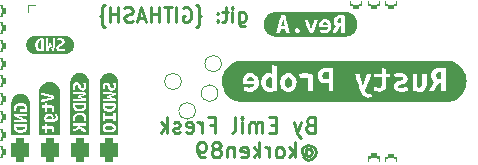
<source format=gbr>
%TF.GenerationSoftware,KiCad,Pcbnew,8.0.3*%
%TF.CreationDate,2024-06-14T23:01:07+10:00*%
%TF.ProjectId,rs-probe,72732d70-726f-4626-952e-6b696361645f,rev?*%
%TF.SameCoordinates,Original*%
%TF.FileFunction,Legend,Bot*%
%TF.FilePolarity,Positive*%
%FSLAX46Y46*%
G04 Gerber Fmt 4.6, Leading zero omitted, Abs format (unit mm)*
G04 Created by KiCad (PCBNEW 8.0.3) date 2024-06-14 23:01:07*
%MOMM*%
%LPD*%
G01*
G04 APERTURE LIST*
G04 Aperture macros list*
%AMRoundRect*
0 Rectangle with rounded corners*
0 $1 Rounding radius*
0 $2 $3 $4 $5 $6 $7 $8 $9 X,Y pos of 4 corners*
0 Add a 4 corners polygon primitive as box body*
4,1,4,$2,$3,$4,$5,$6,$7,$8,$9,$2,$3,0*
0 Add four circle primitives for the rounded corners*
1,1,$1+$1,$2,$3*
1,1,$1+$1,$4,$5*
1,1,$1+$1,$6,$7*
1,1,$1+$1,$8,$9*
0 Add four rect primitives between the rounded corners*
20,1,$1+$1,$2,$3,$4,$5,0*
20,1,$1+$1,$4,$5,$6,$7,0*
20,1,$1+$1,$6,$7,$8,$9,0*
20,1,$1+$1,$8,$9,$2,$3,0*%
G04 Aperture macros list end*
%ADD10C,0.250000*%
%ADD11C,0.120000*%
%ADD12C,0.000000*%
%ADD13C,0.650000*%
%ADD14O,2.100000X1.000000*%
%ADD15O,1.600000X1.000000*%
%ADD16RoundRect,0.275000X0.325000X0.275000X-0.325000X0.275000X-0.325000X-0.275000X0.325000X-0.275000X0*%
%ADD17C,1.100000*%
%ADD18RoundRect,0.275000X0.275000X-0.325000X0.275000X0.325000X-0.275000X0.325000X-0.275000X-0.325000X0*%
%ADD19RoundRect,0.275000X-0.275000X0.325000X-0.275000X-0.325000X0.275000X-0.325000X0.275000X0.325000X0*%
%ADD20C,0.990600*%
%ADD21C,0.787400*%
%ADD22C,1.000000*%
%ADD23RoundRect,0.375000X0.375000X0.625000X-0.375000X0.625000X-0.375000X-0.625000X0.375000X-0.625000X0*%
G04 APERTURE END LIST*
D10*
X20605527Y12857858D02*
X20605527Y11886429D01*
X20605527Y11886429D02*
X20662669Y11772143D01*
X20662669Y11772143D02*
X20719812Y11715000D01*
X20719812Y11715000D02*
X20834098Y11657858D01*
X20834098Y11657858D02*
X21005527Y11657858D01*
X21005527Y11657858D02*
X21119812Y11715000D01*
X20605527Y12115000D02*
X20719812Y12057858D01*
X20719812Y12057858D02*
X20948384Y12057858D01*
X20948384Y12057858D02*
X21062669Y12115000D01*
X21062669Y12115000D02*
X21119812Y12172143D01*
X21119812Y12172143D02*
X21176955Y12286429D01*
X21176955Y12286429D02*
X21176955Y12629286D01*
X21176955Y12629286D02*
X21119812Y12743572D01*
X21119812Y12743572D02*
X21062669Y12800715D01*
X21062669Y12800715D02*
X20948384Y12857858D01*
X20948384Y12857858D02*
X20719812Y12857858D01*
X20719812Y12857858D02*
X20605527Y12800715D01*
X20034098Y12057858D02*
X20034098Y12857858D01*
X20034098Y13257858D02*
X20091241Y13200715D01*
X20091241Y13200715D02*
X20034098Y13143572D01*
X20034098Y13143572D02*
X19976955Y13200715D01*
X19976955Y13200715D02*
X20034098Y13257858D01*
X20034098Y13257858D02*
X20034098Y13143572D01*
X19634098Y12857858D02*
X19176955Y12857858D01*
X19462669Y13257858D02*
X19462669Y12229286D01*
X19462669Y12229286D02*
X19405526Y12115000D01*
X19405526Y12115000D02*
X19291241Y12057858D01*
X19291241Y12057858D02*
X19176955Y12057858D01*
X18776955Y12172143D02*
X18719812Y12115000D01*
X18719812Y12115000D02*
X18776955Y12057858D01*
X18776955Y12057858D02*
X18834098Y12115000D01*
X18834098Y12115000D02*
X18776955Y12172143D01*
X18776955Y12172143D02*
X18776955Y12057858D01*
X18776955Y12800715D02*
X18719812Y12743572D01*
X18719812Y12743572D02*
X18776955Y12686429D01*
X18776955Y12686429D02*
X18834098Y12743572D01*
X18834098Y12743572D02*
X18776955Y12800715D01*
X18776955Y12800715D02*
X18776955Y12686429D01*
X16948383Y11600715D02*
X17005526Y11600715D01*
X17005526Y11600715D02*
X17119812Y11657858D01*
X17119812Y11657858D02*
X17176955Y11772143D01*
X17176955Y11772143D02*
X17176955Y12343572D01*
X17176955Y12343572D02*
X17234097Y12457858D01*
X17234097Y12457858D02*
X17348383Y12515000D01*
X17348383Y12515000D02*
X17234097Y12572143D01*
X17234097Y12572143D02*
X17176955Y12686429D01*
X17176955Y12686429D02*
X17176955Y13257858D01*
X17176955Y13257858D02*
X17119812Y13372143D01*
X17119812Y13372143D02*
X17005526Y13429286D01*
X17005526Y13429286D02*
X16948383Y13429286D01*
X15862669Y13200715D02*
X15976955Y13257858D01*
X15976955Y13257858D02*
X16148383Y13257858D01*
X16148383Y13257858D02*
X16319812Y13200715D01*
X16319812Y13200715D02*
X16434097Y13086429D01*
X16434097Y13086429D02*
X16491240Y12972143D01*
X16491240Y12972143D02*
X16548383Y12743572D01*
X16548383Y12743572D02*
X16548383Y12572143D01*
X16548383Y12572143D02*
X16491240Y12343572D01*
X16491240Y12343572D02*
X16434097Y12229286D01*
X16434097Y12229286D02*
X16319812Y12115000D01*
X16319812Y12115000D02*
X16148383Y12057858D01*
X16148383Y12057858D02*
X16034097Y12057858D01*
X16034097Y12057858D02*
X15862669Y12115000D01*
X15862669Y12115000D02*
X15805526Y12172143D01*
X15805526Y12172143D02*
X15805526Y12572143D01*
X15805526Y12572143D02*
X16034097Y12572143D01*
X15291240Y12057858D02*
X15291240Y13257858D01*
X14891240Y13257858D02*
X14205526Y13257858D01*
X14548383Y12057858D02*
X14548383Y13257858D01*
X13805525Y12057858D02*
X13805525Y13257858D01*
X13805525Y12686429D02*
X13119811Y12686429D01*
X13119811Y12057858D02*
X13119811Y13257858D01*
X12605525Y12400715D02*
X12034097Y12400715D01*
X12719811Y12057858D02*
X12319811Y13257858D01*
X12319811Y13257858D02*
X11919811Y12057858D01*
X11576954Y12115000D02*
X11405526Y12057858D01*
X11405526Y12057858D02*
X11119811Y12057858D01*
X11119811Y12057858D02*
X11005526Y12115000D01*
X11005526Y12115000D02*
X10948383Y12172143D01*
X10948383Y12172143D02*
X10891240Y12286429D01*
X10891240Y12286429D02*
X10891240Y12400715D01*
X10891240Y12400715D02*
X10948383Y12515000D01*
X10948383Y12515000D02*
X11005526Y12572143D01*
X11005526Y12572143D02*
X11119811Y12629286D01*
X11119811Y12629286D02*
X11348383Y12686429D01*
X11348383Y12686429D02*
X11462668Y12743572D01*
X11462668Y12743572D02*
X11519811Y12800715D01*
X11519811Y12800715D02*
X11576954Y12915000D01*
X11576954Y12915000D02*
X11576954Y13029286D01*
X11576954Y13029286D02*
X11519811Y13143572D01*
X11519811Y13143572D02*
X11462668Y13200715D01*
X11462668Y13200715D02*
X11348383Y13257858D01*
X11348383Y13257858D02*
X11062668Y13257858D01*
X11062668Y13257858D02*
X10891240Y13200715D01*
X10376954Y12057858D02*
X10376954Y13257858D01*
X10376954Y12686429D02*
X9691240Y12686429D01*
X9691240Y12057858D02*
X9691240Y13257858D01*
X9234097Y11600715D02*
X9176954Y11600715D01*
X9176954Y11600715D02*
X9062668Y11657858D01*
X9062668Y11657858D02*
X9005526Y11772143D01*
X9005526Y11772143D02*
X9005526Y12343572D01*
X9005526Y12343572D02*
X8948383Y12457858D01*
X8948383Y12457858D02*
X8834097Y12515000D01*
X8834097Y12515000D02*
X8948383Y12572143D01*
X8948383Y12572143D02*
X9005526Y12686429D01*
X9005526Y12686429D02*
X9005526Y13257858D01*
X9005526Y13257858D02*
X9062668Y13372143D01*
X9062668Y13372143D02*
X9176954Y13429286D01*
X9176954Y13429286D02*
X9234097Y13429286D01*
X26592669Y3339011D02*
X26406955Y3277106D01*
X26406955Y3277106D02*
X26345050Y3215202D01*
X26345050Y3215202D02*
X26283146Y3091392D01*
X26283146Y3091392D02*
X26283146Y2905678D01*
X26283146Y2905678D02*
X26345050Y2781868D01*
X26345050Y2781868D02*
X26406955Y2719963D01*
X26406955Y2719963D02*
X26530765Y2658059D01*
X26530765Y2658059D02*
X27026003Y2658059D01*
X27026003Y2658059D02*
X27026003Y3958059D01*
X27026003Y3958059D02*
X26592669Y3958059D01*
X26592669Y3958059D02*
X26468860Y3896154D01*
X26468860Y3896154D02*
X26406955Y3834249D01*
X26406955Y3834249D02*
X26345050Y3710440D01*
X26345050Y3710440D02*
X26345050Y3586630D01*
X26345050Y3586630D02*
X26406955Y3462821D01*
X26406955Y3462821D02*
X26468860Y3400916D01*
X26468860Y3400916D02*
X26592669Y3339011D01*
X26592669Y3339011D02*
X27026003Y3339011D01*
X25849812Y3524725D02*
X25540288Y2658059D01*
X25230765Y3524725D02*
X25540288Y2658059D01*
X25540288Y2658059D02*
X25664098Y2348535D01*
X25664098Y2348535D02*
X25726003Y2286630D01*
X25726003Y2286630D02*
X25849812Y2224725D01*
X23745051Y3339011D02*
X23311717Y3339011D01*
X23126003Y2658059D02*
X23745051Y2658059D01*
X23745051Y2658059D02*
X23745051Y3958059D01*
X23745051Y3958059D02*
X23126003Y3958059D01*
X22568861Y2658059D02*
X22568861Y3524725D01*
X22568861Y3400916D02*
X22506956Y3462821D01*
X22506956Y3462821D02*
X22383146Y3524725D01*
X22383146Y3524725D02*
X22197432Y3524725D01*
X22197432Y3524725D02*
X22073623Y3462821D01*
X22073623Y3462821D02*
X22011718Y3339011D01*
X22011718Y3339011D02*
X22011718Y2658059D01*
X22011718Y3339011D02*
X21949813Y3462821D01*
X21949813Y3462821D02*
X21826004Y3524725D01*
X21826004Y3524725D02*
X21640289Y3524725D01*
X21640289Y3524725D02*
X21516480Y3462821D01*
X21516480Y3462821D02*
X21454575Y3339011D01*
X21454575Y3339011D02*
X21454575Y2658059D01*
X20835528Y2658059D02*
X20835528Y3524725D01*
X20835528Y3958059D02*
X20897432Y3896154D01*
X20897432Y3896154D02*
X20835528Y3834249D01*
X20835528Y3834249D02*
X20773623Y3896154D01*
X20773623Y3896154D02*
X20835528Y3958059D01*
X20835528Y3958059D02*
X20835528Y3834249D01*
X20030765Y2658059D02*
X20154575Y2719963D01*
X20154575Y2719963D02*
X20216480Y2843773D01*
X20216480Y2843773D02*
X20216480Y3958059D01*
X18111718Y3339011D02*
X18545052Y3339011D01*
X18545052Y2658059D02*
X18545052Y3958059D01*
X18545052Y3958059D02*
X17926004Y3958059D01*
X17430766Y2658059D02*
X17430766Y3524725D01*
X17430766Y3277106D02*
X17368861Y3400916D01*
X17368861Y3400916D02*
X17306956Y3462821D01*
X17306956Y3462821D02*
X17183147Y3524725D01*
X17183147Y3524725D02*
X17059337Y3524725D01*
X16130766Y2719963D02*
X16254575Y2658059D01*
X16254575Y2658059D02*
X16502194Y2658059D01*
X16502194Y2658059D02*
X16626004Y2719963D01*
X16626004Y2719963D02*
X16687908Y2843773D01*
X16687908Y2843773D02*
X16687908Y3339011D01*
X16687908Y3339011D02*
X16626004Y3462821D01*
X16626004Y3462821D02*
X16502194Y3524725D01*
X16502194Y3524725D02*
X16254575Y3524725D01*
X16254575Y3524725D02*
X16130766Y3462821D01*
X16130766Y3462821D02*
X16068861Y3339011D01*
X16068861Y3339011D02*
X16068861Y3215202D01*
X16068861Y3215202D02*
X16687908Y3091392D01*
X15573622Y2719963D02*
X15449813Y2658059D01*
X15449813Y2658059D02*
X15202194Y2658059D01*
X15202194Y2658059D02*
X15078384Y2719963D01*
X15078384Y2719963D02*
X15016480Y2843773D01*
X15016480Y2843773D02*
X15016480Y2905678D01*
X15016480Y2905678D02*
X15078384Y3029487D01*
X15078384Y3029487D02*
X15202194Y3091392D01*
X15202194Y3091392D02*
X15387908Y3091392D01*
X15387908Y3091392D02*
X15511718Y3153297D01*
X15511718Y3153297D02*
X15573622Y3277106D01*
X15573622Y3277106D02*
X15573622Y3339011D01*
X15573622Y3339011D02*
X15511718Y3462821D01*
X15511718Y3462821D02*
X15387908Y3524725D01*
X15387908Y3524725D02*
X15202194Y3524725D01*
X15202194Y3524725D02*
X15078384Y3462821D01*
X14459337Y2658059D02*
X14459337Y3958059D01*
X14335527Y3153297D02*
X13964099Y2658059D01*
X13964099Y3524725D02*
X14459337Y3029487D01*
X26221241Y1184179D02*
X26283146Y1246084D01*
X26283146Y1246084D02*
X26406955Y1307989D01*
X26406955Y1307989D02*
X26530765Y1307989D01*
X26530765Y1307989D02*
X26654574Y1246084D01*
X26654574Y1246084D02*
X26716479Y1184179D01*
X26716479Y1184179D02*
X26778384Y1060370D01*
X26778384Y1060370D02*
X26778384Y936560D01*
X26778384Y936560D02*
X26716479Y812751D01*
X26716479Y812751D02*
X26654574Y750846D01*
X26654574Y750846D02*
X26530765Y688941D01*
X26530765Y688941D02*
X26406955Y688941D01*
X26406955Y688941D02*
X26283146Y750846D01*
X26283146Y750846D02*
X26221241Y812751D01*
X26221241Y1307989D02*
X26221241Y812751D01*
X26221241Y812751D02*
X26159336Y750846D01*
X26159336Y750846D02*
X26097431Y750846D01*
X26097431Y750846D02*
X25973622Y812751D01*
X25973622Y812751D02*
X25911717Y936560D01*
X25911717Y936560D02*
X25911717Y1246084D01*
X25911717Y1246084D02*
X26035527Y1431798D01*
X26035527Y1431798D02*
X26221241Y1555608D01*
X26221241Y1555608D02*
X26468860Y1617513D01*
X26468860Y1617513D02*
X26716479Y1555608D01*
X26716479Y1555608D02*
X26902193Y1431798D01*
X26902193Y1431798D02*
X27026003Y1246084D01*
X27026003Y1246084D02*
X27087907Y998465D01*
X27087907Y998465D02*
X27026003Y750846D01*
X27026003Y750846D02*
X26902193Y565132D01*
X26902193Y565132D02*
X26716479Y441322D01*
X26716479Y441322D02*
X26468860Y379417D01*
X26468860Y379417D02*
X26221241Y441322D01*
X26221241Y441322D02*
X26035527Y565132D01*
X25354574Y565132D02*
X25354574Y1865132D01*
X25230764Y1060370D02*
X24859336Y565132D01*
X24859336Y1431798D02*
X25354574Y936560D01*
X24116478Y565132D02*
X24240288Y627036D01*
X24240288Y627036D02*
X24302193Y688941D01*
X24302193Y688941D02*
X24364097Y812751D01*
X24364097Y812751D02*
X24364097Y1184179D01*
X24364097Y1184179D02*
X24302193Y1307989D01*
X24302193Y1307989D02*
X24240288Y1369894D01*
X24240288Y1369894D02*
X24116478Y1431798D01*
X24116478Y1431798D02*
X23930764Y1431798D01*
X23930764Y1431798D02*
X23806955Y1369894D01*
X23806955Y1369894D02*
X23745050Y1307989D01*
X23745050Y1307989D02*
X23683145Y1184179D01*
X23683145Y1184179D02*
X23683145Y812751D01*
X23683145Y812751D02*
X23745050Y688941D01*
X23745050Y688941D02*
X23806955Y627036D01*
X23806955Y627036D02*
X23930764Y565132D01*
X23930764Y565132D02*
X24116478Y565132D01*
X23126003Y565132D02*
X23126003Y1431798D01*
X23126003Y1184179D02*
X23064098Y1307989D01*
X23064098Y1307989D02*
X23002193Y1369894D01*
X23002193Y1369894D02*
X22878384Y1431798D01*
X22878384Y1431798D02*
X22754574Y1431798D01*
X22321241Y565132D02*
X22321241Y1865132D01*
X22197431Y1060370D02*
X21826003Y565132D01*
X21826003Y1431798D02*
X22321241Y936560D01*
X20773622Y627036D02*
X20897431Y565132D01*
X20897431Y565132D02*
X21145050Y565132D01*
X21145050Y565132D02*
X21268860Y627036D01*
X21268860Y627036D02*
X21330764Y750846D01*
X21330764Y750846D02*
X21330764Y1246084D01*
X21330764Y1246084D02*
X21268860Y1369894D01*
X21268860Y1369894D02*
X21145050Y1431798D01*
X21145050Y1431798D02*
X20897431Y1431798D01*
X20897431Y1431798D02*
X20773622Y1369894D01*
X20773622Y1369894D02*
X20711717Y1246084D01*
X20711717Y1246084D02*
X20711717Y1122275D01*
X20711717Y1122275D02*
X21330764Y998465D01*
X20154574Y1431798D02*
X20154574Y565132D01*
X20154574Y1307989D02*
X20092669Y1369894D01*
X20092669Y1369894D02*
X19968859Y1431798D01*
X19968859Y1431798D02*
X19783145Y1431798D01*
X19783145Y1431798D02*
X19659336Y1369894D01*
X19659336Y1369894D02*
X19597431Y1246084D01*
X19597431Y1246084D02*
X19597431Y565132D01*
X18792669Y1307989D02*
X18916479Y1369894D01*
X18916479Y1369894D02*
X18978384Y1431798D01*
X18978384Y1431798D02*
X19040288Y1555608D01*
X19040288Y1555608D02*
X19040288Y1617513D01*
X19040288Y1617513D02*
X18978384Y1741322D01*
X18978384Y1741322D02*
X18916479Y1803227D01*
X18916479Y1803227D02*
X18792669Y1865132D01*
X18792669Y1865132D02*
X18545050Y1865132D01*
X18545050Y1865132D02*
X18421241Y1803227D01*
X18421241Y1803227D02*
X18359336Y1741322D01*
X18359336Y1741322D02*
X18297431Y1617513D01*
X18297431Y1617513D02*
X18297431Y1555608D01*
X18297431Y1555608D02*
X18359336Y1431798D01*
X18359336Y1431798D02*
X18421241Y1369894D01*
X18421241Y1369894D02*
X18545050Y1307989D01*
X18545050Y1307989D02*
X18792669Y1307989D01*
X18792669Y1307989D02*
X18916479Y1246084D01*
X18916479Y1246084D02*
X18978384Y1184179D01*
X18978384Y1184179D02*
X19040288Y1060370D01*
X19040288Y1060370D02*
X19040288Y812751D01*
X19040288Y812751D02*
X18978384Y688941D01*
X18978384Y688941D02*
X18916479Y627036D01*
X18916479Y627036D02*
X18792669Y565132D01*
X18792669Y565132D02*
X18545050Y565132D01*
X18545050Y565132D02*
X18421241Y627036D01*
X18421241Y627036D02*
X18359336Y688941D01*
X18359336Y688941D02*
X18297431Y812751D01*
X18297431Y812751D02*
X18297431Y1060370D01*
X18297431Y1060370D02*
X18359336Y1184179D01*
X18359336Y1184179D02*
X18421241Y1246084D01*
X18421241Y1246084D02*
X18545050Y1307989D01*
X17678384Y565132D02*
X17430765Y565132D01*
X17430765Y565132D02*
X17306955Y627036D01*
X17306955Y627036D02*
X17245051Y688941D01*
X17245051Y688941D02*
X17121241Y874656D01*
X17121241Y874656D02*
X17059336Y1122275D01*
X17059336Y1122275D02*
X17059336Y1617513D01*
X17059336Y1617513D02*
X17121241Y1741322D01*
X17121241Y1741322D02*
X17183146Y1803227D01*
X17183146Y1803227D02*
X17306955Y1865132D01*
X17306955Y1865132D02*
X17554574Y1865132D01*
X17554574Y1865132D02*
X17678384Y1803227D01*
X17678384Y1803227D02*
X17740289Y1741322D01*
X17740289Y1741322D02*
X17802193Y1617513D01*
X17802193Y1617513D02*
X17802193Y1307989D01*
X17802193Y1307989D02*
X17740289Y1184179D01*
X17740289Y1184179D02*
X17678384Y1122275D01*
X17678384Y1122275D02*
X17554574Y1060370D01*
X17554574Y1060370D02*
X17306955Y1060370D01*
X17306955Y1060370D02*
X17183146Y1122275D01*
X17183146Y1122275D02*
X17121241Y1184179D01*
X17121241Y1184179D02*
X17059336Y1307989D01*
D11*
%TO.C,J5*%
X2695000Y13470000D02*
X2695000Y12835000D01*
X3330000Y13470000D02*
X2695000Y13470000D01*
D12*
%TO.C,kibuzzard-61FE7ECB*%
G36*
X3834269Y10464093D02*
G01*
X3865702Y10459728D01*
X3865702Y9733287D01*
X3846493Y9731541D01*
X3827284Y9731541D01*
X3704174Y9759481D01*
X3623846Y9836316D01*
X3580190Y9952442D01*
X3570367Y10022947D01*
X3567093Y10100000D01*
X3577571Y10236208D01*
X3614242Y10353206D01*
X3685838Y10434407D01*
X3802837Y10464966D01*
X3834269Y10464093D01*
G37*
G36*
X5851188Y10882320D02*
G01*
X5851334Y10882320D01*
X5928014Y10878553D01*
X6003957Y10867288D01*
X6078429Y10848634D01*
X6150715Y10822769D01*
X6220117Y10789945D01*
X6285967Y10750475D01*
X6347632Y10704742D01*
X6404517Y10653184D01*
X6456075Y10596299D01*
X6501809Y10534634D01*
X6541278Y10468783D01*
X6574103Y10399381D01*
X6599967Y10327096D01*
X6618622Y10252623D01*
X6629887Y10176681D01*
X6633654Y10100000D01*
X6629887Y10023319D01*
X6618622Y9947377D01*
X6599967Y9872904D01*
X6574103Y9800619D01*
X6541278Y9731217D01*
X6501809Y9665366D01*
X6456075Y9603701D01*
X6404517Y9546816D01*
X6347632Y9495258D01*
X6285967Y9449525D01*
X6220117Y9410055D01*
X6150715Y9377231D01*
X6078429Y9351366D01*
X6003957Y9332712D01*
X5928014Y9321447D01*
X5851334Y9317680D01*
X5851188Y9317680D01*
X3348812Y9317680D01*
X3348666Y9317680D01*
X3271986Y9321447D01*
X3196043Y9332712D01*
X3121571Y9351366D01*
X3049285Y9377231D01*
X2979883Y9410055D01*
X2914033Y9449525D01*
X2852368Y9495258D01*
X2795483Y9546816D01*
X2743925Y9603701D01*
X2698191Y9665366D01*
X2658722Y9731217D01*
X2625897Y9800619D01*
X2600033Y9872904D01*
X2581378Y9947377D01*
X2570113Y10023319D01*
X2566346Y10100000D01*
X3348812Y10100000D01*
X3358198Y9960955D01*
X3386356Y9844174D01*
X3431104Y9748349D01*
X3490258Y9672169D01*
X3562946Y9614761D01*
X3648294Y9575252D01*
X3744556Y9552332D01*
X3849986Y9544692D01*
X3962619Y9550804D01*
X4080491Y9570886D01*
X4080491Y10625621D01*
X3988522Y10639591D01*
X4214952Y10639591D01*
X4220191Y10504912D01*
X4225429Y10366303D01*
X4231105Y10226167D01*
X4237653Y10086903D01*
X4245293Y9949168D01*
X4254242Y9813615D01*
X4264502Y9682646D01*
X4276071Y9558662D01*
X4454188Y9558662D01*
X4492606Y9672824D01*
X4531023Y9795279D01*
X4569441Y9919045D01*
X4607858Y10037135D01*
X4647149Y9922319D01*
X4688186Y9797899D01*
X4728349Y9673478D01*
X4765021Y9558662D01*
X4943138Y9558662D01*
X4956235Y9682865D01*
X4967586Y9814488D01*
X4970419Y9853779D01*
X5117763Y9853779D01*
X5142429Y9719099D01*
X5216426Y9618908D01*
X5293552Y9572827D01*
X5393380Y9545178D01*
X5515908Y9535961D01*
X5636836Y9543165D01*
X5730697Y9564774D01*
X5851188Y9618035D01*
X5788323Y9792660D01*
X5675690Y9740272D01*
X5603002Y9721937D01*
X5515908Y9715825D01*
X5425976Y9727176D01*
X5369223Y9758608D01*
X5340410Y9804011D01*
X5332552Y9855525D01*
X5351761Y9914897D01*
X5400656Y9961173D01*
X5467013Y9997844D01*
X5540356Y10028404D01*
X5641638Y10068567D01*
X5736809Y10126194D01*
X5807532Y10212633D01*
X5835472Y10340983D01*
X5810806Y10476317D01*
X5736809Y10578473D01*
X5662787Y10626009D01*
X5572273Y10654531D01*
X5465267Y10664039D01*
X5372061Y10658363D01*
X5291515Y10641338D01*
X5166658Y10590696D01*
X5229523Y10424803D01*
X5326440Y10466713D01*
X5449551Y10484175D01*
X5544624Y10470399D01*
X5601668Y10429071D01*
X5620683Y10360191D01*
X5603221Y10305184D01*
X5558691Y10263274D01*
X5497572Y10230969D01*
X5430342Y10204775D01*
X5324694Y10161992D01*
X5223411Y10099127D01*
X5147449Y10001337D01*
X5125185Y9935198D01*
X5117763Y9853779D01*
X4970419Y9853779D01*
X4977408Y9950696D01*
X4985921Y10088649D01*
X4993125Y10227913D01*
X4999018Y10368049D01*
X5003820Y10506221D01*
X5007749Y10639591D01*
X4808677Y10639591D01*
X4810423Y10534816D01*
X4812169Y10426549D01*
X4813916Y10316753D01*
X4815662Y10207394D01*
X4817408Y10099563D01*
X4819154Y9994352D01*
X4820464Y9893724D01*
X4820901Y9799645D01*
X4785102Y9921882D01*
X4746685Y10052851D01*
X4712633Y10171596D01*
X4688186Y10257163D01*
X4531023Y10257163D01*
X4510068Y10175089D01*
X4479509Y10066821D01*
X4442837Y9939345D01*
X4403547Y9799645D01*
X4403983Y9893724D01*
X4405293Y9994352D01*
X4407039Y10099345D01*
X4408786Y10206521D01*
X4410532Y10315444D01*
X4412278Y10425676D01*
X4413588Y10534598D01*
X4414024Y10639591D01*
X4214952Y10639591D01*
X3988522Y10639591D01*
X3942537Y10646576D01*
X3822046Y10651815D01*
X3720108Y10643957D01*
X3627339Y10620382D01*
X3545920Y10580000D01*
X3478034Y10521719D01*
X3423682Y10445321D01*
X3382864Y10350587D01*
X3357325Y10235989D01*
X3348812Y10100000D01*
X2566346Y10100000D01*
X2570113Y10176681D01*
X2581378Y10252623D01*
X2600033Y10327096D01*
X2625897Y10399381D01*
X2658722Y10468783D01*
X2698191Y10534634D01*
X2743925Y10596299D01*
X2795483Y10653184D01*
X2852368Y10704742D01*
X2914033Y10750475D01*
X2979883Y10789945D01*
X3049285Y10822769D01*
X3121571Y10848634D01*
X3196043Y10867288D01*
X3271986Y10878553D01*
X3348666Y10882320D01*
X3348812Y10882320D01*
X5851188Y10882320D01*
G37*
D11*
%TO.C,TP1*%
X15700000Y7000000D02*
G75*
G02*
X14300000Y7000000I-700000J0D01*
G01*
X14300000Y7000000D02*
G75*
G02*
X15700000Y7000000I700000J0D01*
G01*
D12*
%TO.C,kibuzzard-61FE8092*%
G36*
X4596494Y4058180D02*
G01*
X4661760Y4030677D01*
X4715021Y3915424D01*
X4706289Y3849940D01*
X4683588Y3794933D01*
X4288936Y3794933D01*
X4281951Y3838589D01*
X4280204Y3878753D01*
X4305428Y3983528D01*
X4381099Y4046393D01*
X4507217Y4067348D01*
X4596494Y4058180D01*
G37*
G36*
X4638748Y6968021D02*
G01*
X4726641Y6954983D01*
X4812833Y6933393D01*
X4896493Y6903459D01*
X4976817Y6865468D01*
X5053030Y6819788D01*
X5124399Y6766857D01*
X5190236Y6707186D01*
X5249907Y6641349D01*
X5302838Y6569980D01*
X5348519Y6493767D01*
X5386509Y6413443D01*
X5416443Y6329783D01*
X5438033Y6243591D01*
X5451071Y6155698D01*
X5455431Y6066950D01*
X5455431Y6066804D01*
X5455431Y2645901D01*
X5455431Y2427619D01*
X3644569Y2427619D01*
X3644569Y2645901D01*
X3644569Y3005628D01*
X3882059Y3005628D01*
X4123042Y3005628D01*
X4123042Y2661617D01*
X4301159Y2661617D01*
X4301159Y3005628D01*
X4632947Y3005628D01*
X4706289Y2996897D01*
X4749946Y2972449D01*
X4770901Y2934032D01*
X4776139Y2883391D01*
X4774393Y2828384D01*
X4768281Y2779489D01*
X4755184Y2730594D01*
X4732483Y2675587D01*
X4917586Y2645901D01*
X4952511Y2774250D01*
X4962988Y2907838D01*
X4950764Y3040553D01*
X4903616Y3138343D01*
X4804953Y3199462D01*
X4731392Y3215178D01*
X4638186Y3220417D01*
X4301159Y3220417D01*
X4301159Y3407266D01*
X4123042Y3407266D01*
X4123042Y3220417D01*
X3916984Y3220417D01*
X3882059Y3005628D01*
X3644569Y3005628D01*
X3644569Y3870022D01*
X4105579Y3870022D01*
X4110430Y3777859D01*
X4124982Y3680651D01*
X4149236Y3578398D01*
X4844243Y3578398D01*
X4966481Y3589167D01*
X5065435Y3621472D01*
X5141106Y3675315D01*
X5194463Y3753023D01*
X5226478Y3856925D01*
X5237149Y3987021D01*
X5233220Y4062328D01*
X5221433Y4134579D01*
X5184762Y4269913D01*
X5003152Y4229749D01*
X5038950Y4123228D01*
X5055539Y3983528D01*
X5042443Y3890977D01*
X5006644Y3833351D01*
X4953384Y3803664D01*
X4887899Y3794933D01*
X4854721Y3794933D01*
X4880914Y3877880D01*
X4889646Y3959081D01*
X4878392Y4057550D01*
X4844631Y4138750D01*
X4788363Y4202683D01*
X4712110Y4248764D01*
X4618395Y4276413D01*
X4507217Y4285629D01*
X4383621Y4273212D01*
X4282921Y4235958D01*
X4205116Y4173869D01*
X4149818Y4090438D01*
X4116639Y3989155D01*
X4105579Y3870022D01*
X3644569Y3870022D01*
X3644569Y4751878D01*
X3882059Y4751878D01*
X4123042Y4751878D01*
X4123042Y4407867D01*
X4301159Y4407867D01*
X4301159Y4751878D01*
X4632947Y4751878D01*
X4706289Y4743147D01*
X4749946Y4718699D01*
X4770901Y4680282D01*
X4776139Y4629641D01*
X4774393Y4574634D01*
X4768281Y4525739D01*
X4755184Y4476844D01*
X4732483Y4421837D01*
X4917586Y4392151D01*
X4952511Y4520500D01*
X4962988Y4654088D01*
X4950764Y4786803D01*
X4903616Y4884593D01*
X4804953Y4945712D01*
X4731392Y4961428D01*
X4638186Y4966667D01*
X4301159Y4966667D01*
X4301159Y5153516D01*
X4123042Y5153516D01*
X4123042Y4966667D01*
X3916984Y4966667D01*
X3882059Y4751878D01*
X3644569Y4751878D01*
X3644569Y5839792D01*
X3862851Y5839792D01*
X3953437Y5826695D01*
X4057557Y5808359D01*
X4170191Y5786313D01*
X4286316Y5762084D01*
X4403315Y5735890D01*
X4518567Y5707950D01*
X4627053Y5679355D01*
X4723752Y5651197D01*
X4628363Y5623257D01*
X4520314Y5595317D01*
X4405061Y5568250D01*
X4288062Y5542929D01*
X4171719Y5519355D01*
X4058431Y5497527D01*
X3953656Y5478318D01*
X3862851Y5462602D01*
X3862851Y5237336D01*
X3973737Y5260692D01*
X4096848Y5288850D01*
X4229345Y5321592D01*
X4368390Y5358700D01*
X4463852Y5385767D01*
X4560478Y5414580D01*
X4658268Y5445139D01*
X4755572Y5476960D01*
X4850743Y5509557D01*
X4943779Y5542929D01*
X4943779Y5764703D01*
X4815430Y5807923D01*
X4671364Y5853762D01*
X4570179Y5884612D01*
X4469187Y5914299D01*
X4368390Y5942821D01*
X4269533Y5969791D01*
X4174362Y5994820D01*
X4082878Y6017909D01*
X3960641Y6046723D01*
X3862851Y6066804D01*
X3862851Y5839792D01*
X3644569Y5839792D01*
X3644569Y6066804D01*
X3644569Y6066950D01*
X3648929Y6155698D01*
X3661967Y6243591D01*
X3683557Y6329783D01*
X3713491Y6413443D01*
X3751481Y6493767D01*
X3797162Y6569980D01*
X3850093Y6641349D01*
X3909764Y6707186D01*
X3975601Y6766857D01*
X4046970Y6819788D01*
X4123183Y6865468D01*
X4203507Y6903459D01*
X4287167Y6933393D01*
X4373359Y6954983D01*
X4461252Y6968021D01*
X4550000Y6972381D01*
X4638748Y6968021D01*
G37*
D11*
%TO.C,TP3*%
X18800000Y6000000D02*
G75*
G02*
X17400000Y6000000I-700000J0D01*
G01*
X17400000Y6000000D02*
G75*
G02*
X18800000Y6000000I700000J0D01*
G01*
%TO.C,TP4*%
X19100000Y8500000D02*
G75*
G02*
X17700000Y8500000I-700000J0D01*
G01*
X17700000Y8500000D02*
G75*
G02*
X19100000Y8500000I700000J0D01*
G01*
D12*
%TO.C,kibuzzard-63846A4C*%
G36*
X24368762Y12147656D02*
G01*
X24406862Y12000019D01*
X24440200Y11853572D01*
X24469966Y11701172D01*
X24181834Y11701172D01*
X24210409Y11853572D01*
X24242556Y12000019D01*
X24280656Y12147656D01*
X24324709Y12306009D01*
X24368762Y12147656D01*
G37*
G36*
X27981119Y12001209D02*
G01*
X28050175Y11948822D01*
X28093037Y11872622D01*
X28113278Y11784516D01*
X27665603Y11784516D01*
X27677509Y11871431D01*
X27715609Y11946441D01*
X27782284Y12000019D01*
X27882297Y12020259D01*
X27981119Y12001209D01*
G37*
G36*
X29211034Y12352444D02*
G01*
X29258659Y12346491D01*
X29258659Y11903578D01*
X29194366Y11903578D01*
X29065183Y11918163D01*
X28977672Y11961919D01*
X28910997Y12127416D01*
X28928856Y12228619D01*
X28982434Y12298866D01*
X29065183Y12339942D01*
X29170553Y12353634D01*
X29211034Y12352444D01*
G37*
G36*
X29655266Y12900999D02*
G01*
X29757783Y12885792D01*
X29858317Y12860610D01*
X29955898Y12825695D01*
X30049586Y12781383D01*
X30138481Y12728102D01*
X30221724Y12666364D01*
X30298516Y12596764D01*
X30368116Y12519973D01*
X30429854Y12436729D01*
X30483135Y12347835D01*
X30527446Y12254146D01*
X30562361Y12156565D01*
X30587544Y12056032D01*
X30602751Y11953514D01*
X30607836Y11850000D01*
X30602751Y11746486D01*
X30587544Y11643968D01*
X30562361Y11543435D01*
X30527446Y11445854D01*
X30483135Y11352165D01*
X30429854Y11263271D01*
X30368116Y11180027D01*
X30298516Y11103236D01*
X30221724Y11033636D01*
X30138481Y10971898D01*
X30049586Y10918617D01*
X29955898Y10874305D01*
X29858317Y10839390D01*
X29757783Y10814208D01*
X29655266Y10799001D01*
X29551752Y10793916D01*
X29551553Y10793916D01*
X28515709Y10793916D01*
X27801334Y10793916D01*
X26836928Y10793916D01*
X25510572Y10793916D01*
X24062772Y10793916D01*
X23748447Y10793916D01*
X23748248Y10793916D01*
X23644734Y10799001D01*
X23542217Y10814208D01*
X23441683Y10839390D01*
X23344102Y10874305D01*
X23250414Y10918617D01*
X23161519Y10971898D01*
X23078276Y11033636D01*
X23001484Y11103236D01*
X22988315Y11117766D01*
X23748447Y11117766D01*
X24062772Y11117766D01*
X24131828Y11458284D01*
X24524734Y11458284D01*
X24591409Y11117766D01*
X24896209Y11117766D01*
X24854204Y11288978D01*
X24849881Y11305884D01*
X25298641Y11305884D01*
X25362934Y11146341D01*
X25510572Y11091572D01*
X25591534Y11105859D01*
X25659400Y11147531D01*
X25707025Y11214206D01*
X25724884Y11305884D01*
X25707025Y11395181D01*
X25659400Y11460666D01*
X25591534Y11501147D01*
X25510572Y11515434D01*
X25362934Y11460666D01*
X25298641Y11305884D01*
X24849881Y11305884D01*
X24812008Y11453998D01*
X24769622Y11612828D01*
X24727045Y11765466D01*
X24684278Y11911913D01*
X24631146Y12088795D01*
X24586219Y12236953D01*
X26141603Y12236953D01*
X26192949Y12071233D01*
X26246973Y11912210D01*
X26303677Y11759885D01*
X26363059Y11614256D01*
X26442434Y11432620D01*
X26518634Y11267123D01*
X26591659Y11117766D01*
X26836928Y11117766D01*
X26908762Y11267123D01*
X26981391Y11432620D01*
X27054812Y11614256D01*
X27083878Y11691647D01*
X27382234Y11691647D01*
X27383425Y11632116D01*
X27386997Y11582109D01*
X28113278Y11582109D01*
X28090656Y11484180D01*
X28022791Y11409469D01*
X27919206Y11362141D01*
X27789428Y11346366D01*
X27621550Y11365416D01*
X27487009Y11403516D01*
X27446528Y11153484D01*
X27608453Y11109431D01*
X27801334Y11091572D01*
X27936768Y11100799D01*
X28010657Y11117766D01*
X28515709Y11117766D01*
X28822891Y11117766D01*
X28882124Y11257962D01*
X28950287Y11392800D01*
X29025595Y11525852D01*
X29106259Y11660691D01*
X29258659Y11660691D01*
X29258659Y11117766D01*
X29551553Y11117766D01*
X29551553Y12570328D01*
X29457494Y12588188D01*
X29353909Y12600094D01*
X29253897Y12606047D01*
X29170553Y12608428D01*
X29050300Y12601284D01*
X28941953Y12579853D01*
X28846703Y12543539D01*
X28765741Y12491747D01*
X28652631Y12340538D01*
X28623163Y12240823D01*
X28613341Y12125034D01*
X28626437Y12002400D01*
X28665728Y11891672D01*
X28735380Y11799398D01*
X28839559Y11732128D01*
X28753834Y11595206D01*
X28665728Y11438044D01*
X28583575Y11273738D01*
X28515709Y11117766D01*
X28010657Y11117766D01*
X28057319Y11128481D01*
X28162094Y11174320D01*
X28250200Y11238019D01*
X28320745Y11319279D01*
X28372834Y11417803D01*
X28404981Y11533889D01*
X28415697Y11667834D01*
X28404386Y11806542D01*
X28370453Y11927391D01*
X28318066Y12030082D01*
X28251391Y12114319D01*
X28172214Y12180101D01*
X28082322Y12227428D01*
X27985881Y12256003D01*
X27887059Y12265528D01*
X27735189Y12249256D01*
X27609776Y12200441D01*
X27510822Y12119081D01*
X27439384Y12006501D01*
X27396522Y11864023D01*
X27382234Y11691647D01*
X27083878Y11691647D01*
X27109507Y11759885D01*
X27162862Y11912210D01*
X27214877Y12071233D01*
X27265553Y12236953D01*
X26958372Y12236953D01*
X26934857Y12143489D01*
X26907175Y12044072D01*
X26876516Y11941380D01*
X26844072Y11838094D01*
X26810437Y11735998D01*
X26776206Y11636878D01*
X26710722Y11458284D01*
X26641666Y11636878D01*
X26603863Y11735998D01*
X26566656Y11838094D01*
X26530342Y11941380D01*
X26495219Y12044072D01*
X26463965Y12143489D01*
X26439259Y12236953D01*
X26141603Y12236953D01*
X24586219Y12236953D01*
X24578908Y12261063D01*
X24527562Y12428718D01*
X24477109Y12591759D01*
X24158022Y12591759D01*
X24105709Y12427379D01*
X24053545Y12258087D01*
X24001529Y12083883D01*
X23949662Y11904769D01*
X23908467Y11757084D01*
X23867747Y11604541D01*
X23827504Y11447140D01*
X23787737Y11284882D01*
X23748447Y11117766D01*
X22988315Y11117766D01*
X22931884Y11180027D01*
X22870146Y11263271D01*
X22816865Y11352165D01*
X22772554Y11445854D01*
X22737639Y11543435D01*
X22712456Y11643968D01*
X22697249Y11746486D01*
X22692164Y11850000D01*
X22697249Y11953514D01*
X22712456Y12056032D01*
X22737639Y12156565D01*
X22772554Y12254146D01*
X22816865Y12347835D01*
X22870146Y12436729D01*
X22931884Y12519973D01*
X23001484Y12596764D01*
X23078276Y12666364D01*
X23161519Y12728102D01*
X23250414Y12781383D01*
X23344102Y12825695D01*
X23441683Y12860610D01*
X23542217Y12885792D01*
X23644734Y12900999D01*
X23748248Y12906084D01*
X23748447Y12906084D01*
X29551553Y12906084D01*
X29551752Y12906084D01*
X29655266Y12900999D01*
G37*
D11*
%TO.C,TP2*%
X16900000Y4500000D02*
G75*
G02*
X15500000Y4500000I-700000J0D01*
G01*
X15500000Y4500000D02*
G75*
G02*
X16900000Y4500000I700000J0D01*
G01*
D12*
%TO.C,kibuzzard-6384B72D*%
G36*
X21708550Y7342900D02*
G01*
X21800625Y7273050D01*
X21857775Y7171450D01*
X21884762Y7053975D01*
X21287862Y7053975D01*
X21303737Y7169863D01*
X21354537Y7269875D01*
X21443437Y7341313D01*
X21576787Y7368300D01*
X21708550Y7342900D01*
G37*
G36*
X37635937Y7811213D02*
G01*
X37699437Y7803275D01*
X37699437Y7212725D01*
X37613712Y7212725D01*
X37441469Y7232172D01*
X37324787Y7290513D01*
X37235887Y7511175D01*
X37259700Y7646113D01*
X37331137Y7739775D01*
X37441469Y7794544D01*
X37581962Y7812800D01*
X37635937Y7811213D01*
G37*
G36*
X28077600Y7811213D02*
G01*
X28174437Y7803275D01*
X28174437Y7168275D01*
X28015687Y7168275D01*
X27851381Y7186928D01*
X27733112Y7242888D01*
X27661675Y7344091D01*
X27637862Y7498475D01*
X27661278Y7644922D01*
X27731525Y7741363D01*
X27840666Y7794941D01*
X27980762Y7812800D01*
X28077600Y7811213D01*
G37*
G36*
X23280175Y7334963D02*
G01*
X23386537Y7292100D01*
X23386537Y6482475D01*
X23292875Y6469775D01*
X23208737Y6466600D01*
X23072212Y6492397D01*
X22967437Y6569788D01*
X22900762Y6709091D01*
X22878537Y6920625D01*
X22895603Y7105569D01*
X22946800Y7241300D01*
X23032922Y7324644D01*
X23154762Y7352425D01*
X23280175Y7334963D01*
G37*
G36*
X24898234Y7325041D02*
G01*
X24994675Y7233363D01*
X25053016Y7091678D01*
X25072462Y6911100D01*
X25054603Y6730125D01*
X25001025Y6587250D01*
X24907759Y6494381D01*
X24770837Y6463425D01*
X24637091Y6494381D01*
X24540650Y6587250D01*
X24482309Y6730125D01*
X24462862Y6911100D01*
X24480722Y7091678D01*
X24534300Y7233363D01*
X24627566Y7325041D01*
X24764487Y7355600D01*
X24898234Y7325041D01*
G37*
G36*
X38263257Y8756800D02*
G01*
X38434620Y8731380D01*
X38602667Y8689287D01*
X38765778Y8630925D01*
X38922384Y8556856D01*
X39070975Y8467793D01*
X39210121Y8364595D01*
X39338483Y8248256D01*
X39454822Y8119894D01*
X39558020Y7980748D01*
X39647083Y7832157D01*
X39721151Y7675551D01*
X39779514Y7512440D01*
X39821607Y7344393D01*
X39847027Y7173030D01*
X39855527Y7000000D01*
X39847027Y6826970D01*
X39821607Y6655607D01*
X39779514Y6487560D01*
X39721151Y6324449D01*
X39647083Y6167843D01*
X39558020Y6019252D01*
X39454822Y5880106D01*
X39338483Y5751744D01*
X39210121Y5635405D01*
X39070975Y5532207D01*
X38922384Y5443144D01*
X38765778Y5369075D01*
X38602667Y5310713D01*
X38434620Y5268620D01*
X38263257Y5243200D01*
X38090227Y5234700D01*
X38089962Y5234700D01*
X36708837Y5234700D01*
X35880162Y5234700D01*
X34365687Y5234700D01*
X32476562Y5234700D01*
X31533587Y5234700D01*
X28174437Y5234700D01*
X26472637Y5234700D01*
X24764487Y5234700D01*
X23199212Y5234700D01*
X21468837Y5234700D01*
X20910037Y5234700D01*
X20909773Y5234700D01*
X20736743Y5243200D01*
X20565380Y5268620D01*
X20397333Y5310713D01*
X20234222Y5369076D01*
X20077616Y5443144D01*
X19929025Y5532207D01*
X19789878Y5635405D01*
X19661517Y5751744D01*
X19545178Y5880106D01*
X19441980Y6019252D01*
X19352917Y6167843D01*
X19278849Y6324449D01*
X19220486Y6487561D01*
X19178393Y6655607D01*
X19152973Y6826970D01*
X19147904Y6930150D01*
X20910037Y6930150D01*
X20911625Y6850775D01*
X20916387Y6784100D01*
X21884762Y6784100D01*
X21854600Y6653528D01*
X21764112Y6553913D01*
X21626000Y6490809D01*
X21452962Y6469775D01*
X21229125Y6495175D01*
X21049737Y6545975D01*
X20995762Y6212600D01*
X21211662Y6153863D01*
X21468837Y6130050D01*
X21649416Y6142353D01*
X21810150Y6179263D01*
X21949850Y6240381D01*
X22067325Y6325313D01*
X22161384Y6433659D01*
X22230837Y6565025D01*
X22273700Y6719806D01*
X22287987Y6898400D01*
X22286951Y6911100D01*
X22481662Y6911100D01*
X22493569Y6741634D01*
X22529287Y6588838D01*
X22588025Y6455091D01*
X22668987Y6342775D01*
X22771381Y6252684D01*
X22894412Y6185613D01*
X23037287Y6143941D01*
X23199212Y6130050D01*
X23353200Y6135606D01*
X23510362Y6152275D01*
X23656412Y6177675D01*
X23777062Y6209425D01*
X23777062Y6914275D01*
X24062812Y6914275D01*
X24075512Y6744809D01*
X24113612Y6592013D01*
X24174731Y6457472D01*
X24256487Y6342775D01*
X24357691Y6249906D01*
X24477150Y6180850D01*
X24613278Y6137988D01*
X24764487Y6123700D01*
X24915697Y6137988D01*
X25051825Y6180850D01*
X25171681Y6249906D01*
X25274075Y6342775D01*
X25357022Y6457472D01*
X25418537Y6592013D01*
X25456637Y6744809D01*
X25469337Y6914275D01*
X25456241Y7081359D01*
X25416950Y7233363D01*
X25354244Y7367506D01*
X25270900Y7481013D01*
X25168109Y7572294D01*
X25078393Y7622300D01*
X25691587Y7622300D01*
X25761437Y7260350D01*
X25851925Y7279400D01*
X25958287Y7296863D01*
X26063062Y7307975D01*
X26148787Y7311150D01*
X26310712Y7303213D01*
X26472637Y7273050D01*
X26472637Y6164975D01*
X26866337Y6164975D01*
X26866337Y7495300D01*
X27237812Y7495300D01*
X27260919Y7282046D01*
X27330240Y7112183D01*
X27445775Y6985713D01*
X27603643Y6898400D01*
X27799964Y6846013D01*
X28034737Y6828550D01*
X28174437Y6828550D01*
X28174437Y6164975D01*
X28564962Y6164975D01*
X28564962Y7657225D01*
X30412812Y7657225D01*
X30471947Y7449659D01*
X30528700Y7246063D01*
X30585453Y7046831D01*
X30644587Y6852363D01*
X30706897Y6662259D01*
X30773175Y6476125D01*
X30844216Y6294356D01*
X30920812Y6117350D01*
X31039875Y5898275D01*
X31170050Y5747463D01*
X31328800Y5660150D01*
X31533587Y5631575D01*
X31712975Y5647450D01*
X31847912Y5688725D01*
X31774887Y6015750D01*
X31662175Y5976063D01*
X31555812Y5964950D01*
X31371662Y6041150D01*
X31266386Y6212600D01*
X32000312Y6212600D01*
X32233675Y6149100D01*
X32476562Y6130050D01*
X32717862Y6152275D01*
X32895662Y6238000D01*
X33006787Y6417388D01*
X33035362Y6551134D01*
X33036857Y6577725D01*
X33683062Y6577725D01*
X33717987Y6403100D01*
X33833875Y6260225D01*
X34045012Y6164975D01*
X34190269Y6138781D01*
X34365687Y6130050D01*
X34545075Y6141163D01*
X34695887Y6174500D01*
X34809806Y6215775D01*
X35283262Y6215775D01*
X35402722Y6187200D01*
X35545200Y6158625D01*
X35705934Y6137194D01*
X35880162Y6130050D01*
X36047644Y6142750D01*
X36125894Y6164975D01*
X36708837Y6164975D01*
X37118412Y6164975D01*
X37197391Y6351903D01*
X37288275Y6531688D01*
X37388684Y6709091D01*
X37496237Y6888875D01*
X37699437Y6888875D01*
X37699437Y6164975D01*
X38089962Y6164975D01*
X38089962Y8101725D01*
X37964550Y8125538D01*
X37826437Y8141413D01*
X37693087Y8149350D01*
X37581962Y8152525D01*
X37421625Y8143000D01*
X37277162Y8114425D01*
X37150162Y8066006D01*
X37042212Y7996950D01*
X36891400Y7795338D01*
X36852109Y7662384D01*
X36839012Y7508000D01*
X36856475Y7344488D01*
X36908862Y7196850D01*
X37001731Y7073819D01*
X37140637Y6984125D01*
X37026337Y6801563D01*
X36908862Y6592013D01*
X36799325Y6372938D01*
X36708837Y6164975D01*
X36125894Y6164975D01*
X36181787Y6180850D01*
X36367525Y6325313D01*
X36461187Y6545975D01*
X36480237Y6679325D01*
X36486587Y6825375D01*
X36486587Y7657225D01*
X36096062Y7657225D01*
X36096062Y6876175D01*
X36083759Y6696391D01*
X36046850Y6569788D01*
X35854762Y6469775D01*
X35676962Y6485650D01*
X35676962Y7657225D01*
X35283262Y7657225D01*
X35283262Y6215775D01*
X34809806Y6215775D01*
X34914962Y6253875D01*
X34854637Y6580900D01*
X34618100Y6498350D01*
X34362512Y6460250D01*
X34143437Y6480887D01*
X34067237Y6565025D01*
X34091050Y6634875D01*
X34157725Y6684088D01*
X34256150Y6723775D01*
X34372037Y6761875D01*
X34546662Y6820613D01*
X34708587Y6904750D01*
X34829237Y7033338D01*
X34876862Y7228600D01*
X34840350Y7407988D01*
X34726050Y7557213D01*
X34527612Y7658813D01*
X34395056Y7686197D01*
X34238687Y7695325D01*
X34097797Y7689769D01*
X33967225Y7673100D01*
X33749737Y7609600D01*
X33810062Y7279400D01*
X33978337Y7331788D01*
X34235512Y7368300D01*
X34437125Y7331788D01*
X34489512Y7254000D01*
X34465700Y7192088D01*
X34402200Y7142875D01*
X34310125Y7100013D01*
X34197412Y7060325D01*
X34019612Y6996825D01*
X33852925Y6909513D01*
X33730687Y6776163D01*
X33683062Y6577725D01*
X33036857Y6577725D01*
X33044887Y6720600D01*
X33044887Y7333375D01*
X33384612Y7333375D01*
X33384612Y7657225D01*
X33044887Y7657225D01*
X33044887Y8031875D01*
X32654362Y8095375D01*
X32654362Y7657225D01*
X32028887Y7657225D01*
X32028887Y7333375D01*
X32654362Y7333375D01*
X32654362Y6730125D01*
X32638487Y6596775D01*
X32594037Y6517400D01*
X32524187Y6479300D01*
X32432112Y6469775D01*
X32332100Y6472950D01*
X32243200Y6484063D01*
X32154300Y6507875D01*
X32054287Y6549150D01*
X32000312Y6212600D01*
X31266386Y6212600D01*
X31260537Y6222125D01*
X31353671Y6417388D01*
X31446804Y6630642D01*
X31539937Y6861888D01*
X31608200Y7046732D01*
X31673287Y7240903D01*
X31735200Y7444401D01*
X31793937Y7657225D01*
X31387537Y7657225D01*
X31322450Y7406400D01*
X31284747Y7273050D01*
X31244662Y7139700D01*
X31202197Y7007541D01*
X31157350Y6877763D01*
X31063687Y6638050D01*
X30997012Y6877763D01*
X30962881Y7007144D01*
X30930337Y7138113D01*
X30898984Y7270272D01*
X30868425Y7403225D01*
X30812862Y7657225D01*
X30412812Y7657225D01*
X28564962Y7657225D01*
X28564962Y8104900D01*
X28436375Y8127125D01*
X28291912Y8141413D01*
X28149037Y8149350D01*
X28025212Y8152525D01*
X27794143Y8135415D01*
X27600468Y8084086D01*
X27444187Y7998538D01*
X27329535Y7874183D01*
X27260743Y7706438D01*
X27237812Y7495300D01*
X26866337Y7495300D01*
X26866337Y7558800D01*
X26708778Y7610394D01*
X26547250Y7650875D01*
X26369847Y7677069D01*
X26164662Y7685800D01*
X26074175Y7682625D01*
X25948762Y7671513D01*
X25813825Y7652463D01*
X25691587Y7622300D01*
X25078393Y7622300D01*
X25047062Y7639763D01*
X24911331Y7681434D01*
X24764487Y7695325D01*
X24615659Y7681434D01*
X24480325Y7639763D01*
X24360469Y7572294D01*
X24258075Y7481013D01*
X24175128Y7367506D01*
X24113612Y7233363D01*
X24075512Y7081359D01*
X24062812Y6914275D01*
X23777062Y6914275D01*
X23777062Y8301750D01*
X23386537Y8368425D01*
X23386537Y7622300D01*
X23227787Y7674688D01*
X23075387Y7688975D01*
X22938069Y7675084D01*
X22818212Y7633413D01*
X22632475Y7474663D01*
X22566991Y7361553D01*
X22519762Y7228600D01*
X22491187Y7077788D01*
X22481662Y6911100D01*
X22286951Y6911100D01*
X22272906Y7083344D01*
X22227662Y7244475D01*
X22157812Y7381397D01*
X22068912Y7493713D01*
X21963344Y7581422D01*
X21843487Y7644525D01*
X21714900Y7682625D01*
X21583137Y7695325D01*
X21380643Y7673629D01*
X21213426Y7608542D01*
X21081487Y7500063D01*
X20986237Y7349956D01*
X20929087Y7159985D01*
X20910037Y6930150D01*
X19147904Y6930150D01*
X19144473Y7000000D01*
X19152973Y7173030D01*
X19178393Y7344393D01*
X19220486Y7512439D01*
X19278849Y7675551D01*
X19352917Y7832157D01*
X19441980Y7980748D01*
X19545178Y8119894D01*
X19661517Y8248256D01*
X19789878Y8364595D01*
X19929025Y8467793D01*
X20077616Y8556856D01*
X20234222Y8630924D01*
X20397333Y8689287D01*
X20565380Y8731380D01*
X20736743Y8756800D01*
X20909773Y8765300D01*
X20910037Y8765300D01*
X38089962Y8765300D01*
X38090227Y8765300D01*
X38263257Y8756800D01*
G37*
%TO.C,kibuzzard-61FE8065*%
G36*
X2468459Y3153050D02*
G01*
X2468459Y3133842D01*
X2440519Y3010731D01*
X2363684Y2930403D01*
X2247558Y2886747D01*
X2177053Y2876925D01*
X2100000Y2873650D01*
X1963792Y2884128D01*
X1846794Y2920799D01*
X1765593Y2992395D01*
X1735034Y3109394D01*
X1735907Y3140827D01*
X1740272Y3172259D01*
X2466713Y3172259D01*
X2468459Y3153050D01*
G37*
G36*
X2176681Y5959145D02*
G01*
X2252623Y5947880D01*
X2327096Y5929226D01*
X2399381Y5903362D01*
X2468783Y5870537D01*
X2534634Y5831067D01*
X2596299Y5785334D01*
X2653184Y5733776D01*
X2704742Y5676891D01*
X2750475Y5615226D01*
X2789945Y5549375D01*
X2822769Y5479973D01*
X2848634Y5407688D01*
X2867288Y5333215D01*
X2878553Y5257273D01*
X2882320Y5180592D01*
X2882320Y5180447D01*
X2882320Y2655369D01*
X2882320Y2437088D01*
X1317680Y2437088D01*
X1317680Y2655369D01*
X1317680Y3128603D01*
X1548185Y3128603D01*
X1556043Y3026666D01*
X1579618Y2933896D01*
X1620000Y2852477D01*
X1678281Y2784592D01*
X1754679Y2730240D01*
X1849413Y2689421D01*
X1964011Y2663882D01*
X2100000Y2655369D01*
X2239045Y2664755D01*
X2355826Y2692913D01*
X2451651Y2737661D01*
X2527831Y2796815D01*
X2585239Y2869503D01*
X2624748Y2954851D01*
X2647668Y3051113D01*
X2655308Y3156543D01*
X2649196Y3269176D01*
X2629114Y3387048D01*
X1574379Y3387048D01*
X1553424Y3249094D01*
X1548185Y3128603D01*
X1317680Y3128603D01*
X1317680Y4274143D01*
X1560409Y4274143D01*
X1560409Y4101264D01*
X1640518Y4052369D01*
X1727176Y4003474D01*
X1816889Y3955234D01*
X1906166Y3908303D01*
X1993915Y3863774D01*
X2079045Y3822737D01*
X2157626Y3786284D01*
X2225730Y3755507D01*
X1560409Y3755507D01*
X1560409Y3561673D01*
X2641338Y3561673D01*
X2641338Y3734552D01*
X2521525Y3784902D01*
X2401907Y3838162D01*
X2282483Y3894333D01*
X2163059Y3953415D01*
X2043441Y4015407D01*
X1923629Y4080309D01*
X2641338Y4080309D01*
X2641338Y4274143D01*
X1560409Y4274143D01*
X1317680Y4274143D01*
X1317680Y4712452D01*
X1535961Y4712452D01*
X1545566Y4599818D01*
X1567394Y4513379D01*
X1593587Y4453133D01*
X1614542Y4417335D01*
X1785675Y4473215D01*
X1742019Y4567513D01*
X1722810Y4682765D01*
X1750750Y4811988D01*
X1828458Y4898427D01*
X1947203Y4947322D01*
X2019891Y4958455D01*
X2100000Y4962165D01*
X2217872Y4955374D01*
X2313043Y4935001D01*
X2385512Y4901047D01*
X2454270Y4825521D01*
X2477190Y4721183D01*
X2475444Y4679273D01*
X2470205Y4637363D01*
X2075552Y4637363D01*
X2075552Y4422574D01*
X2615144Y4422574D01*
X2646576Y4542192D01*
X2659673Y4631906D01*
X2664039Y4738645D01*
X2655089Y4834907D01*
X2628241Y4921128D01*
X2583711Y4996436D01*
X2521719Y5059955D01*
X2442265Y5111033D01*
X2345348Y5149014D01*
X2231187Y5172588D01*
X2100000Y5180447D01*
X1970123Y5171279D01*
X1856398Y5143775D01*
X1759263Y5100556D01*
X1679154Y5044239D01*
X1616507Y4975699D01*
X1571759Y4895808D01*
X1544911Y4807186D01*
X1535961Y4712452D01*
X1317680Y4712452D01*
X1317680Y5180447D01*
X1317680Y5180592D01*
X1321447Y5257273D01*
X1332712Y5333215D01*
X1351366Y5407688D01*
X1377231Y5479973D01*
X1410055Y5549375D01*
X1449525Y5615226D01*
X1495258Y5676891D01*
X1546816Y5733776D01*
X1603701Y5785334D01*
X1665366Y5831067D01*
X1731217Y5870537D01*
X1800619Y5903362D01*
X1872904Y5929226D01*
X1947377Y5947880D01*
X2023319Y5959145D01*
X2100000Y5962912D01*
X2176681Y5959145D01*
G37*
%TO.C,kibuzzard-61FE80BD*%
G36*
X9968459Y4937526D02*
G01*
X9968459Y4918317D01*
X9940519Y4795207D01*
X9863684Y4714879D01*
X9747558Y4671223D01*
X9677053Y4661400D01*
X9600000Y4658126D01*
X9463792Y4668603D01*
X9346794Y4705275D01*
X9265593Y4776871D01*
X9235034Y4893870D01*
X9235907Y4925302D01*
X9240272Y4956735D01*
X9966713Y4956735D01*
X9968459Y4937526D01*
G37*
G36*
X9676180Y3252613D02*
G01*
X9747558Y3248029D01*
X9867176Y3223582D01*
X9947504Y3172067D01*
X9977190Y3083008D01*
X9947504Y2994823D01*
X9866303Y2942435D01*
X9746685Y2917988D01*
X9675962Y2913404D01*
X9600000Y2911876D01*
X9523820Y2913404D01*
X9452442Y2917988D01*
X9332824Y2942435D01*
X9252496Y2993950D01*
X9222810Y3083008D01*
X9252496Y3172067D01*
X9333697Y3223582D01*
X9453315Y3248029D01*
X9524038Y3252613D01*
X9600000Y3254141D01*
X9676180Y3252613D01*
G37*
G36*
X9676681Y7720919D02*
G01*
X9752623Y7709654D01*
X9827096Y7691000D01*
X9899381Y7665136D01*
X9968783Y7632311D01*
X10034634Y7592842D01*
X10096299Y7547108D01*
X10153184Y7495550D01*
X10204742Y7438665D01*
X10250475Y7377000D01*
X10289945Y7311150D01*
X10322769Y7241747D01*
X10348634Y7169462D01*
X10367288Y7094990D01*
X10378553Y7019047D01*
X10382320Y6942367D01*
X10382320Y6942221D01*
X10382320Y2693595D01*
X10382320Y2475313D01*
X8817680Y2475313D01*
X8817680Y2693595D01*
X8817680Y3083008D01*
X9035961Y3083008D01*
X9051775Y2966204D01*
X9099214Y2869578D01*
X9178281Y2793131D01*
X9258008Y2749584D01*
X9354870Y2718479D01*
X9468868Y2699816D01*
X9600000Y2693595D01*
X9731132Y2699925D01*
X9845130Y2718915D01*
X9941992Y2750566D01*
X10021719Y2794877D01*
X10100786Y2871712D01*
X10148225Y2967174D01*
X10164039Y3081262D01*
X10148225Y3198164D01*
X10100786Y3295081D01*
X10021719Y3372013D01*
X9941992Y3415942D01*
X9845130Y3447320D01*
X9731132Y3466147D01*
X9600000Y3472422D01*
X9468868Y3465983D01*
X9354870Y3446665D01*
X9258008Y3414469D01*
X9178281Y3369393D01*
X9099214Y3291782D01*
X9051775Y3196321D01*
X9035961Y3083008D01*
X8817680Y3083008D01*
X8817680Y3612122D01*
X9060409Y3612122D01*
X9238526Y3612122D01*
X9238526Y3846120D01*
X9963220Y3846120D01*
X9963220Y3612122D01*
X10141338Y3612122D01*
X10141338Y4298398D01*
X9963220Y4298398D01*
X9963220Y4062655D01*
X9238526Y4062655D01*
X9238526Y4298398D01*
X9060409Y4298398D01*
X9060409Y3612122D01*
X8817680Y3612122D01*
X8817680Y4913078D01*
X9048185Y4913078D01*
X9056043Y4811141D01*
X9079618Y4718372D01*
X9120000Y4636953D01*
X9178281Y4569067D01*
X9254679Y4514715D01*
X9349413Y4473897D01*
X9464011Y4448358D01*
X9600000Y4439845D01*
X9739045Y4449231D01*
X9855826Y4477389D01*
X9951651Y4522137D01*
X10027831Y4581291D01*
X10085239Y4653979D01*
X10124748Y4739327D01*
X10147668Y4835589D01*
X10155308Y4941018D01*
X10149196Y5053652D01*
X10129114Y5171523D01*
X9074379Y5171523D01*
X9053424Y5033570D01*
X9048185Y4913078D01*
X8817680Y4913078D01*
X8817680Y5899710D01*
X9060409Y5899710D01*
X9165184Y5901456D01*
X9273451Y5903202D01*
X9383247Y5904948D01*
X9492606Y5906695D01*
X9600437Y5908441D01*
X9705648Y5910187D01*
X9806276Y5911497D01*
X9900355Y5911933D01*
X9778118Y5876135D01*
X9647149Y5837718D01*
X9528404Y5803666D01*
X9442837Y5779218D01*
X9442837Y5622056D01*
X9524911Y5601101D01*
X9633179Y5570542D01*
X9760655Y5533870D01*
X9900355Y5494580D01*
X9806276Y5495016D01*
X9705648Y5496326D01*
X9600655Y5498072D01*
X9493479Y5499818D01*
X9384556Y5501565D01*
X9274324Y5503311D01*
X9165402Y5504621D01*
X9060409Y5505057D01*
X9060409Y5305985D01*
X9195088Y5311223D01*
X9333697Y5316462D01*
X9473833Y5322138D01*
X9613097Y5328686D01*
X9750832Y5336326D01*
X9886385Y5345275D01*
X10017354Y5355535D01*
X10141338Y5367103D01*
X10141338Y5545221D01*
X10027176Y5583638D01*
X9904721Y5622056D01*
X9780955Y5660473D01*
X9662865Y5698891D01*
X9777681Y5738182D01*
X9902101Y5779218D01*
X10026522Y5819382D01*
X10141338Y5856053D01*
X10141338Y6034171D01*
X10017135Y6047268D01*
X9885512Y6058618D01*
X9749304Y6068441D01*
X9611351Y6076954D01*
X9472087Y6084157D01*
X9331951Y6090051D01*
X9193779Y6094853D01*
X9060409Y6098782D01*
X9060409Y5899710D01*
X8817680Y5899710D01*
X8817680Y6556300D01*
X9035961Y6556300D01*
X9041637Y6463094D01*
X9058662Y6382548D01*
X9109304Y6257691D01*
X9275197Y6320556D01*
X9233287Y6417473D01*
X9215825Y6540583D01*
X9229601Y6635657D01*
X9270929Y6692701D01*
X9339809Y6711716D01*
X9394816Y6694253D01*
X9436726Y6649724D01*
X9469031Y6588605D01*
X9495225Y6521375D01*
X9538008Y6415727D01*
X9600873Y6314444D01*
X9698663Y6238482D01*
X9764802Y6216218D01*
X9846221Y6208796D01*
X9980901Y6233462D01*
X10081092Y6307459D01*
X10127173Y6384585D01*
X10154822Y6484412D01*
X10164039Y6606941D01*
X10156835Y6727869D01*
X10135226Y6821730D01*
X10081965Y6942221D01*
X9907340Y6879356D01*
X9959728Y6766723D01*
X9978063Y6694035D01*
X9984175Y6606941D01*
X9972824Y6517009D01*
X9941392Y6460256D01*
X9895989Y6431443D01*
X9844475Y6423585D01*
X9785103Y6442793D01*
X9738827Y6491688D01*
X9702156Y6558046D01*
X9671596Y6631388D01*
X9631433Y6732671D01*
X9573806Y6827842D01*
X9487367Y6898565D01*
X9359017Y6926505D01*
X9223683Y6901839D01*
X9121527Y6827842D01*
X9073991Y6753820D01*
X9045469Y6663306D01*
X9035961Y6556300D01*
X8817680Y6556300D01*
X8817680Y6942221D01*
X8817680Y6942367D01*
X8821447Y7019047D01*
X8832712Y7094990D01*
X8851366Y7169462D01*
X8877231Y7241747D01*
X8910055Y7311150D01*
X8949525Y7377000D01*
X8995258Y7438665D01*
X9046816Y7495550D01*
X9103701Y7547108D01*
X9165366Y7592842D01*
X9231217Y7632311D01*
X9300619Y7665136D01*
X9372904Y7691000D01*
X9447377Y7709654D01*
X9523319Y7720919D01*
X9600000Y7724687D01*
X9676681Y7720919D01*
G37*
%TO.C,kibuzzard-61FE80B0*%
G36*
X7468459Y4951496D02*
G01*
X7468459Y4932287D01*
X7440519Y4809177D01*
X7363684Y4728849D01*
X7247558Y4685193D01*
X7177053Y4675370D01*
X7100000Y4672096D01*
X6963792Y4682573D01*
X6846794Y4719245D01*
X6765593Y4790841D01*
X6735034Y4907840D01*
X6735907Y4939272D01*
X6740272Y4970705D01*
X7466713Y4970705D01*
X7468459Y4951496D01*
G37*
G36*
X7176681Y7734889D02*
G01*
X7252623Y7723624D01*
X7327096Y7704970D01*
X7399381Y7679106D01*
X7468783Y7646281D01*
X7534634Y7606812D01*
X7596299Y7561078D01*
X7653184Y7509520D01*
X7704742Y7452635D01*
X7750475Y7390970D01*
X7789945Y7325120D01*
X7822769Y7255717D01*
X7848634Y7183432D01*
X7867288Y7108960D01*
X7878553Y7033017D01*
X7882320Y6956337D01*
X7882320Y6956191D01*
X7882320Y2679625D01*
X7882320Y2461343D01*
X6317680Y2461343D01*
X6317680Y2679625D01*
X6317680Y3240171D01*
X6560409Y3240171D01*
X7009195Y3240171D01*
X6900927Y3159843D01*
X6782182Y3080389D01*
X6665184Y3011412D01*
X6560409Y2959025D01*
X6560409Y2716296D01*
X6667803Y2774795D01*
X6729358Y2811248D01*
X6793533Y2852503D01*
X6859672Y2897688D01*
X6927121Y2945928D01*
X6993915Y2996787D01*
X7058090Y3049830D01*
X7114407Y2995259D01*
X7178581Y2939816D01*
X7249086Y2885464D01*
X7324393Y2834168D01*
X7402974Y2786801D01*
X7483302Y2744236D01*
X7563411Y2708001D01*
X7641338Y2679625D01*
X7641338Y2922353D01*
X7509496Y2977360D01*
X7439646Y3015123D01*
X7371542Y3056815D01*
X7306494Y3101562D01*
X7245812Y3148493D01*
X7147149Y3240171D01*
X7641338Y3240171D01*
X7641338Y3454960D01*
X6560409Y3454960D01*
X6560409Y3240171D01*
X6317680Y3240171D01*
X6317680Y3868821D01*
X6535961Y3868821D01*
X6545566Y3764919D01*
X6567394Y3683718D01*
X6593587Y3625219D01*
X6614542Y3589421D01*
X6785675Y3645301D01*
X6741146Y3742218D01*
X6722810Y3872313D01*
X6741146Y3970977D01*
X6802264Y4056543D01*
X6916644Y4117662D01*
X6996971Y4135342D01*
X7094761Y4141236D01*
X7208559Y4134154D01*
X7303147Y4112908D01*
X7378527Y4077498D01*
X7452524Y3993460D01*
X7477190Y3868821D01*
X7457981Y3729994D01*
X7419564Y3641808D01*
X7588950Y3587675D01*
X7640464Y3710785D01*
X7658145Y3794387D01*
X7664039Y3889776D01*
X7647740Y4030252D01*
X7598845Y4146669D01*
X7517354Y4239026D01*
X7436262Y4291741D01*
X7339673Y4329394D01*
X7227585Y4351987D01*
X7100000Y4359517D01*
X6972960Y4350349D01*
X6860764Y4322846D01*
X6764065Y4278971D01*
X6683519Y4220690D01*
X6619781Y4149094D01*
X6573506Y4065274D01*
X6545347Y3971195D01*
X6535961Y3868821D01*
X6317680Y3868821D01*
X6317680Y4927048D01*
X6548185Y4927048D01*
X6556043Y4825111D01*
X6579618Y4732342D01*
X6620000Y4650923D01*
X6678281Y4583037D01*
X6754679Y4528685D01*
X6849413Y4487867D01*
X6964011Y4462328D01*
X7100000Y4453815D01*
X7239045Y4463201D01*
X7355826Y4491359D01*
X7451651Y4536107D01*
X7527831Y4595261D01*
X7585239Y4667949D01*
X7624748Y4753297D01*
X7647668Y4849559D01*
X7655308Y4954988D01*
X7649196Y5067622D01*
X7629114Y5185493D01*
X6574379Y5185493D01*
X6553424Y5047540D01*
X6548185Y4927048D01*
X6317680Y4927048D01*
X6317680Y5913680D01*
X6560409Y5913680D01*
X6665184Y5915426D01*
X6773451Y5917172D01*
X6883247Y5918918D01*
X6992606Y5920665D01*
X7100437Y5922411D01*
X7205648Y5924157D01*
X7306276Y5925467D01*
X7400355Y5925903D01*
X7278118Y5890105D01*
X7147149Y5851688D01*
X7028404Y5817636D01*
X6942837Y5793188D01*
X6942837Y5636026D01*
X7024911Y5615071D01*
X7133179Y5584512D01*
X7260655Y5547840D01*
X7400355Y5508550D01*
X7306276Y5508986D01*
X7205648Y5510296D01*
X7100655Y5512042D01*
X6993479Y5513788D01*
X6884556Y5515535D01*
X6774324Y5517281D01*
X6665402Y5518591D01*
X6560409Y5519027D01*
X6560409Y5319955D01*
X6695088Y5325193D01*
X6833697Y5330432D01*
X6973833Y5336108D01*
X7113097Y5342656D01*
X7250832Y5350296D01*
X7386385Y5359245D01*
X7517354Y5369505D01*
X7641338Y5381073D01*
X7641338Y5559191D01*
X7527176Y5597608D01*
X7404721Y5636026D01*
X7280955Y5674443D01*
X7162865Y5712861D01*
X7277681Y5752152D01*
X7402101Y5793188D01*
X7526522Y5833352D01*
X7641338Y5870023D01*
X7641338Y6048141D01*
X7517135Y6061238D01*
X7385512Y6072588D01*
X7249304Y6082411D01*
X7111351Y6090924D01*
X6972087Y6098127D01*
X6831951Y6104021D01*
X6693779Y6108823D01*
X6560409Y6112752D01*
X6560409Y5913680D01*
X6317680Y5913680D01*
X6317680Y6570270D01*
X6535961Y6570270D01*
X6541637Y6477064D01*
X6558662Y6396518D01*
X6609304Y6271661D01*
X6775197Y6334526D01*
X6733287Y6431443D01*
X6715825Y6554553D01*
X6729601Y6649627D01*
X6770929Y6706671D01*
X6839809Y6725686D01*
X6894816Y6708223D01*
X6936726Y6663694D01*
X6969031Y6602575D01*
X6995225Y6535345D01*
X7038008Y6429697D01*
X7100873Y6328414D01*
X7198663Y6252452D01*
X7264802Y6230188D01*
X7346221Y6222766D01*
X7480901Y6247432D01*
X7581092Y6321429D01*
X7627173Y6398555D01*
X7654822Y6498382D01*
X7664039Y6620911D01*
X7656835Y6741839D01*
X7635226Y6835700D01*
X7581965Y6956191D01*
X7407340Y6893326D01*
X7459728Y6780693D01*
X7478063Y6708005D01*
X7484175Y6620911D01*
X7472824Y6530979D01*
X7441392Y6474226D01*
X7395989Y6445413D01*
X7344475Y6437555D01*
X7285103Y6456763D01*
X7238827Y6505658D01*
X7202156Y6572016D01*
X7171596Y6645358D01*
X7131433Y6746641D01*
X7073806Y6841812D01*
X6987367Y6912535D01*
X6859017Y6940475D01*
X6723683Y6915809D01*
X6621527Y6841812D01*
X6573991Y6767790D01*
X6545469Y6677276D01*
X6535961Y6570270D01*
X6317680Y6570270D01*
X6317680Y6956191D01*
X6317680Y6956337D01*
X6321447Y7033017D01*
X6332712Y7108960D01*
X6351366Y7183432D01*
X6377231Y7255717D01*
X6410055Y7325120D01*
X6449525Y7390970D01*
X6495258Y7452635D01*
X6546816Y7509520D01*
X6603701Y7561078D01*
X6665366Y7606812D01*
X6731217Y7646281D01*
X6800619Y7679106D01*
X6872904Y7704970D01*
X6947377Y7723624D01*
X7023319Y7734889D01*
X7100000Y7738657D01*
X7176681Y7734889D01*
G37*
%TD*%
%LPC*%
D13*
%TO.C,J1*%
X34400000Y4110000D03*
X34400000Y9890000D03*
D14*
X33870000Y2680000D03*
D15*
X38050000Y2680000D03*
D14*
X33870000Y11320000D03*
D15*
X38050000Y11320000D03*
%TD*%
D16*
%TO.C,J2*%
X300000Y1000000D03*
D17*
X0Y1000000D03*
D16*
X308000Y2500000D03*
D17*
X0Y2500000D03*
D16*
X308000Y4000000D03*
D17*
X0Y4000000D03*
D16*
X308000Y5500000D03*
D17*
X0Y5500000D03*
D16*
X308000Y7000000D03*
D17*
X0Y7000000D03*
D16*
X308000Y8500000D03*
D17*
X0Y8500000D03*
D16*
X308000Y10000000D03*
D17*
X0Y10000000D03*
D16*
X308000Y11500000D03*
D17*
X0Y11500000D03*
D16*
X308000Y13000000D03*
D17*
X0Y13000000D03*
%TD*%
D18*
%TO.C,J4*%
X30500000Y13700000D03*
D17*
X30500000Y14000000D03*
D18*
X32000000Y13692000D03*
D17*
X32000000Y14000000D03*
D18*
X33500000Y13692000D03*
D17*
X33500000Y14000000D03*
%TD*%
D19*
%TO.C,J3*%
X33500000Y300000D03*
D17*
X33500000Y0D03*
D19*
X32000000Y308000D03*
D17*
X32000000Y0D03*
%TD*%
D20*
%TO.C,J5*%
X2060000Y12200000D03*
X7140000Y13216000D03*
X7140000Y11184000D03*
D21*
X3330000Y12835000D03*
X3330000Y11565000D03*
X4600000Y12835000D03*
X4600000Y11565000D03*
X5870000Y12835000D03*
X5870000Y11565000D03*
%TD*%
D22*
%TO.C,TP1*%
X15000000Y7000000D03*
%TD*%
%TO.C,TP3*%
X18100000Y6000000D03*
%TD*%
%TO.C,TP4*%
X18400000Y8500000D03*
%TD*%
%TO.C,TP2*%
X16200000Y4500000D03*
%TD*%
D23*
%TO.C,J8*%
X9600000Y1200000D03*
%TD*%
%TO.C,J7*%
X4560000Y1200000D03*
%TD*%
%TO.C,J6*%
X2050000Y1200000D03*
%TD*%
%TO.C,J9*%
X7100000Y1200000D03*
%TD*%
%LPD*%
M02*

</source>
